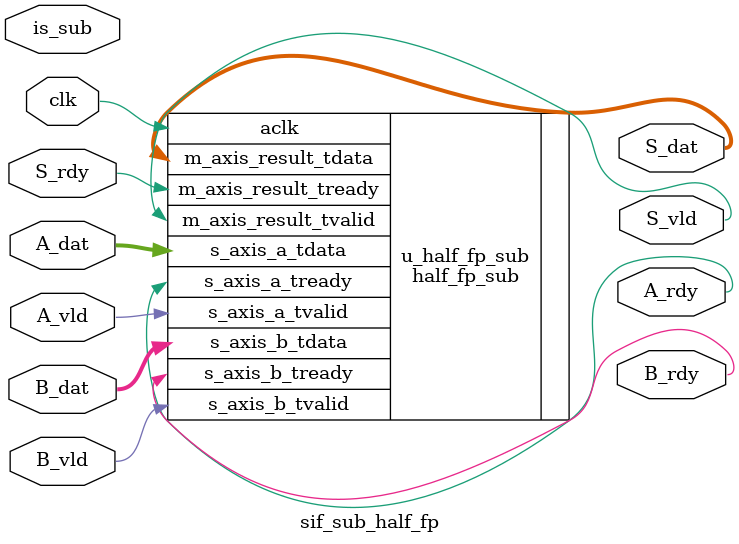
<source format=v>
`timescale 1ns / 1ps


module sif_sub_half_fp(
  input                       clk,
  input                       is_sub,
  input                       A_vld,
  input   [16-1:0]       A_dat,
  output                      A_rdy,
  input                       B_vld,
  input   [16-1:0]       B_dat,
  output                      B_rdy,
  output                      S_vld,
  output  [16-1:0]       S_dat,
  input                       S_rdy
    );
    
half_fp_sub u_half_fp_sub (
  .aclk(clk),                                  // input wire aclk
  .s_axis_a_tvalid(A_vld),            // input wire s_axis_a_tvalid
  .s_axis_a_tready(A_rdy),            // output wire s_axis_a_tready
  .s_axis_a_tdata(A_dat),              // input wire [15 : 0] s_axis_a_tdata
  .s_axis_b_tvalid(B_vld),            // input wire s_axis_b_tvalid
  .s_axis_b_tready(B_rdy),            // output wire s_axis_b_tready
  .s_axis_b_tdata(B_dat),              // input wire [15 : 0] s_axis_b_tdata
  .m_axis_result_tvalid(S_vld),  // output wire m_axis_result_tvalid
  .m_axis_result_tready(S_rdy),  // input wire m_axis_result_tready
  .m_axis_result_tdata(S_dat)    // output wire [15 : 0] m_axis_result_tdata
);    

endmodule

</source>
